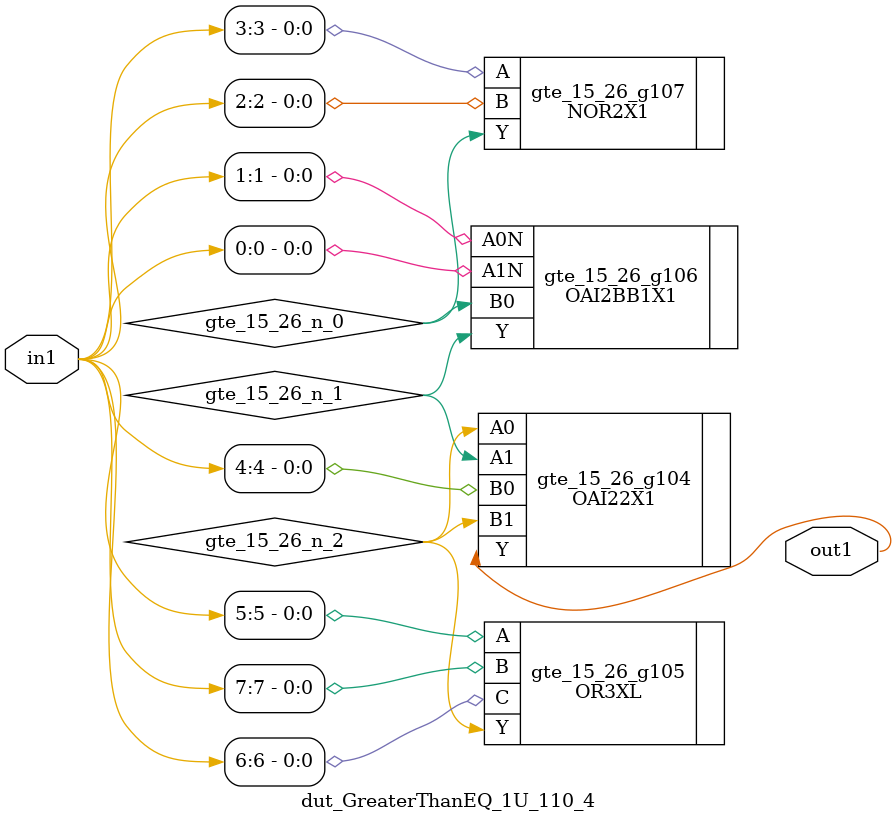
<source format=v>
`timescale 1ps / 1ps


module dut_GreaterThanEQ_1U_110_4(in1, out1);
  input [7:0] in1;
  output out1;
  wire [7:0] in1;
  wire out1;
  wire gte_15_26_n_0, gte_15_26_n_1, gte_15_26_n_2;
  OAI22X1 gte_15_26_g104(.A0 (gte_15_26_n_2), .A1 (gte_15_26_n_1), .B0
       (in1[4]), .B1 (gte_15_26_n_2), .Y (out1));
  OR3XL gte_15_26_g105(.A (in1[5]), .B (in1[7]), .C (in1[6]), .Y
       (gte_15_26_n_2));
  OAI2BB1X1 gte_15_26_g106(.A0N (in1[1]), .A1N (in1[0]), .B0
       (gte_15_26_n_0), .Y (gte_15_26_n_1));
  NOR2X1 gte_15_26_g107(.A (in1[3]), .B (in1[2]), .Y (gte_15_26_n_0));
endmodule



</source>
